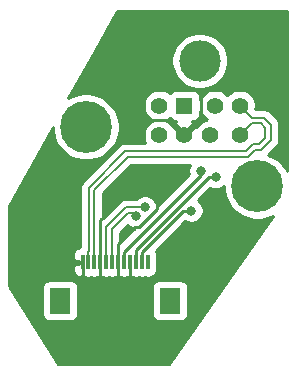
<source format=gtl>
%TF.GenerationSoftware,KiCad,Pcbnew,5.1.12-84ad8e8a86~92~ubuntu20.04.1*%
%TF.CreationDate,2022-03-01T23:05:29-06:00*%
%TF.ProjectId,portboard_dt,706f7274-626f-4617-9264-5f64742e6b69,rev?*%
%TF.SameCoordinates,Original*%
%TF.FileFunction,Copper,L1,Top*%
%TF.FilePolarity,Positive*%
%FSLAX46Y46*%
G04 Gerber Fmt 4.6, Leading zero omitted, Abs format (unit mm)*
G04 Created by KiCad (PCBNEW 5.1.12-84ad8e8a86~92~ubuntu20.04.1) date 2022-03-01 23:05:29*
%MOMM*%
%LPD*%
G01*
G04 APERTURE LIST*
%TA.AperFunction,ComponentPad*%
%ADD10C,1.422400*%
%TD*%
%TA.AperFunction,ComponentPad*%
%ADD11R,1.422400X1.422400*%
%TD*%
%TA.AperFunction,ComponentPad*%
%ADD12C,3.500000*%
%TD*%
%TA.AperFunction,SMDPad,CuDef*%
%ADD13R,0.300000X1.300000*%
%TD*%
%TA.AperFunction,SMDPad,CuDef*%
%ADD14R,1.800000X2.200000*%
%TD*%
%TA.AperFunction,ComponentPad*%
%ADD15C,4.400000*%
%TD*%
%TA.AperFunction,ViaPad*%
%ADD16C,0.800000*%
%TD*%
%TA.AperFunction,Conductor*%
%ADD17C,0.250000*%
%TD*%
%TA.AperFunction,Conductor*%
%ADD18C,0.200000*%
%TD*%
%TA.AperFunction,Conductor*%
%ADD19C,0.254000*%
%TD*%
%TA.AperFunction,Conductor*%
%ADD20C,0.150000*%
%TD*%
G04 APERTURE END LIST*
D10*
%TO.P,J2,7*%
%TO.N,/GPi*%
X152400028Y-78899909D03*
%TO.P,J2,4*%
%TO.N,GND*%
X150200028Y-78899909D03*
%TO.P,J2,6*%
%TO.N,/TXD+*%
X148100028Y-78899909D03*
%TO.P,J2,8*%
%TO.N,/RXD+*%
X154900028Y-78899909D03*
%TO.P,J2,5*%
%TO.N,/RXD-*%
X154900028Y-76399909D03*
%TO.P,J2,3*%
%TO.N,/TXD-*%
X148100028Y-76399909D03*
D11*
%TO.P,J2,1*%
%TO.N,/HSKo*%
X150200028Y-76399909D03*
D10*
%TO.P,J2,2*%
%TO.N,/HSKi*%
X152800028Y-76399909D03*
D12*
%TO.P,J2,SH2*%
%TO.N,N/C*%
X151500028Y-72599909D03*
%TD*%
D13*
%TO.P,J1,12*%
%TO.N,+5V*%
X147087400Y-89672400D03*
%TO.P,J1,11*%
%TO.N,/HSKo*%
X146587400Y-89672400D03*
%TO.P,J1,10*%
%TO.N,/HSKi*%
X146087400Y-89672400D03*
%TO.P,J1,9*%
%TO.N,GND*%
X145587400Y-89672400D03*
%TO.P,J1,8*%
%TO.N,/GPi*%
X145087400Y-89672400D03*
%TO.P,J1,7*%
%TO.N,GND*%
X144587400Y-89672400D03*
%TO.P,J1,6*%
%TO.N,/TXD-*%
X144087400Y-89672400D03*
%TO.P,J1,5*%
%TO.N,/TXD+*%
X143587400Y-89672400D03*
%TO.P,J1,4*%
%TO.N,GND*%
X143087400Y-89672400D03*
%TO.P,J1,3*%
%TO.N,/RXD-*%
X142587400Y-89672400D03*
%TO.P,J1,2*%
%TO.N,/RXD+*%
X142087400Y-89672400D03*
%TO.P,J1,1*%
%TO.N,GND*%
X141587400Y-89672400D03*
D14*
%TO.P,J1,MP*%
%TO.N,N/C*%
X139687400Y-92922400D03*
X148987400Y-92922400D03*
%TD*%
D15*
%TO.P,H2,1*%
%TO.N,N/C*%
X156391806Y-83233363D03*
%TD*%
%TO.P,H1,1*%
%TO.N,N/C*%
X141891969Y-78203401D03*
%TD*%
D16*
%TO.N,GND*%
X147400000Y-97000000D03*
X140800000Y-97000000D03*
X145800000Y-93100000D03*
X149500000Y-82100000D03*
X148000000Y-82100000D03*
X144400000Y-83400000D03*
X145200000Y-75800000D03*
X145200000Y-71100000D03*
X148100000Y-71100000D03*
X155300000Y-71100000D03*
X157300000Y-74900000D03*
X157300000Y-71100000D03*
X142700000Y-93100000D03*
%TO.N,/HSKo*%
X150799998Y-85300000D03*
%TO.N,/HSKi*%
X152846400Y-82454600D03*
%TO.N,/TXD-*%
X146128768Y-85771232D03*
%TO.N,/TXD+*%
X146871232Y-85028768D03*
%TO.N,/GPi*%
X151585613Y-81925010D03*
%TD*%
D17*
%TO.N,GND*%
X141587400Y-89672400D02*
X141587400Y-91185400D01*
X141587400Y-91185400D02*
X141822800Y-91420800D01*
X145587400Y-90932800D02*
X145587400Y-89672400D01*
X145099400Y-91420800D02*
X145587400Y-90932800D01*
X144587400Y-91323200D02*
X144489800Y-91420800D01*
X144587400Y-89672400D02*
X144587400Y-91323200D01*
X144489800Y-91420800D02*
X145099400Y-91420800D01*
X143087400Y-91400800D02*
X143067400Y-91420800D01*
X143087400Y-89672400D02*
X143087400Y-91400800D01*
X143067400Y-91420800D02*
X144489800Y-91420800D01*
X141822800Y-91420800D02*
X143067400Y-91420800D01*
X142508600Y-93884600D02*
X142483200Y-93910000D01*
X145937600Y-93884600D02*
X142508600Y-93884600D01*
X143067400Y-91751000D02*
X143067400Y-91420800D01*
X143727800Y-92411400D02*
X143067400Y-91751000D01*
X145099400Y-93046400D02*
X145937600Y-93884600D01*
X145099400Y-91420800D02*
X145099400Y-93046400D01*
X141822800Y-93249600D02*
X142483200Y-93910000D01*
X141822800Y-91420800D02*
X141822800Y-93249600D01*
X141587400Y-89672400D02*
X140421600Y-89672400D01*
X140421600Y-89672400D02*
X140248000Y-89846000D01*
X140248000Y-89846000D02*
X140248000Y-90354000D01*
X142483200Y-92589200D02*
X142483200Y-93910000D01*
X140248000Y-90354000D02*
X142483200Y-92589200D01*
X150200028Y-78899909D02*
X148900119Y-77600000D01*
X148900119Y-77600000D02*
X147200000Y-77600000D01*
X145400000Y-75800000D02*
X145200000Y-75800000D01*
X147200000Y-77600000D02*
X145400000Y-75800000D01*
X150200028Y-78899909D02*
X151600000Y-77499937D01*
X151600000Y-77499937D02*
X151600000Y-75300000D01*
X151600000Y-75300000D02*
X151900000Y-75000000D01*
X151900000Y-75000000D02*
X154000000Y-75000000D01*
X154100000Y-74900000D02*
X157300000Y-74900000D01*
X154000000Y-75000000D02*
X154100000Y-74900000D01*
X144400000Y-84800000D02*
X144400000Y-83400000D01*
X143087400Y-86112600D02*
X144400000Y-84800000D01*
X143087400Y-89672400D02*
X143087400Y-86112600D01*
X144587400Y-89672400D02*
X144587400Y-88112600D01*
X144587400Y-88112600D02*
X146000000Y-86700000D01*
X146000000Y-86700000D02*
X146400000Y-86700000D01*
X146400000Y-86700000D02*
X147900000Y-85200000D01*
X147900000Y-82200000D02*
X148000000Y-82100000D01*
X147900000Y-85200000D02*
X147900000Y-82200000D01*
%TO.N,/HSKo*%
X146587400Y-89672400D02*
X146587400Y-88787398D01*
X146587400Y-88787398D02*
X150074798Y-85300000D01*
X150074798Y-85300000D02*
X150799998Y-85300000D01*
%TO.N,/HSKi*%
X146087400Y-88647915D02*
X152280715Y-82454600D01*
X146087400Y-89672400D02*
X146087400Y-88647915D01*
X152280715Y-82454600D02*
X152846400Y-82454600D01*
D18*
%TO.N,/TXD-*%
X145836304Y-85478768D02*
X145439432Y-85478768D01*
X146128768Y-85771232D02*
X145836304Y-85478768D01*
X144062400Y-86855800D02*
X144062400Y-88672399D01*
X144087400Y-88697399D02*
X144087400Y-89672400D01*
X144062400Y-88672399D02*
X144087400Y-88697399D01*
X145439432Y-85478768D02*
X144062400Y-86855800D01*
%TO.N,/TXD+*%
X143612400Y-88672399D02*
X143587400Y-88697399D01*
X143612400Y-86669400D02*
X143612400Y-88672399D01*
X145253032Y-85028768D02*
X143612400Y-86669400D01*
X143587400Y-88697399D02*
X143587400Y-89672400D01*
X146871232Y-85028768D02*
X145253032Y-85028768D01*
D17*
%TO.N,/GPi*%
X145087400Y-88772400D02*
X151585613Y-82274187D01*
X145087400Y-89672400D02*
X145087400Y-88772400D01*
X151585613Y-82274187D02*
X151585613Y-81925010D01*
D18*
%TO.N,/RXD-*%
X156930816Y-77424909D02*
X155925028Y-77424909D01*
X155925028Y-77424909D02*
X154900028Y-76399909D01*
X156693200Y-80125000D02*
X157525000Y-79293200D01*
X156193200Y-80125000D02*
X156693200Y-80125000D01*
X145393200Y-80725000D02*
X155593200Y-80725000D01*
X142587400Y-83530800D02*
X145393200Y-80725000D01*
X142587400Y-89672400D02*
X142587400Y-83530800D01*
X157525000Y-78019093D02*
X156930816Y-77424909D01*
X155593200Y-80725000D02*
X156193200Y-80125000D01*
X157525000Y-79293200D02*
X157525000Y-78019093D01*
%TO.N,/RXD+*%
X155925028Y-77874909D02*
X154900028Y-78899909D01*
X142087400Y-88697399D02*
X142112400Y-88672399D01*
X142087400Y-89672400D02*
X142087400Y-88697399D01*
X142112400Y-88672399D02*
X142112400Y-83369400D01*
X142112400Y-83369400D02*
X145206800Y-80275000D01*
X145206800Y-80275000D02*
X155406800Y-80275000D01*
X156656709Y-77874909D02*
X155925028Y-77874909D01*
X156006800Y-79675000D02*
X156506800Y-79675000D01*
X157075000Y-79106800D02*
X157075000Y-78293200D01*
X156506800Y-79675000D02*
X157075000Y-79106800D01*
X155406800Y-80275000D02*
X156006800Y-79675000D01*
X157075000Y-78293200D02*
X156656709Y-77874909D01*
%TD*%
D19*
%TO.N,GND*%
X158915823Y-81918668D02*
X158904150Y-81890487D01*
X158593894Y-81426156D01*
X158199013Y-81031275D01*
X157734682Y-80721019D01*
X157311793Y-80545853D01*
X158019197Y-79838450D01*
X158047237Y-79815438D01*
X158070250Y-79787397D01*
X158070253Y-79787394D01*
X158098674Y-79752763D01*
X158139087Y-79703520D01*
X158207337Y-79575833D01*
X158249365Y-79437285D01*
X158260000Y-79329305D01*
X158260000Y-79329304D01*
X158263556Y-79293200D01*
X158260000Y-79257095D01*
X158260000Y-78055197D01*
X158263556Y-78019092D01*
X158249365Y-77875007D01*
X158217803Y-77770962D01*
X158207337Y-77736460D01*
X158139087Y-77608773D01*
X158047238Y-77496855D01*
X158019193Y-77473839D01*
X157476074Y-76930721D01*
X157453054Y-76902671D01*
X157341136Y-76810822D01*
X157213449Y-76742572D01*
X157074901Y-76700544D01*
X156966921Y-76689909D01*
X156930816Y-76686353D01*
X156894711Y-76689909D01*
X156229475Y-76689909D01*
X156217333Y-76677767D01*
X156246228Y-76532498D01*
X156246228Y-76267320D01*
X156194495Y-76007237D01*
X156093015Y-75762244D01*
X155945690Y-75541756D01*
X155758181Y-75354247D01*
X155537693Y-75206922D01*
X155292700Y-75105442D01*
X155032617Y-75053709D01*
X154767439Y-75053709D01*
X154507356Y-75105442D01*
X154262363Y-75206922D01*
X154041875Y-75354247D01*
X153854366Y-75541756D01*
X153850028Y-75548248D01*
X153845690Y-75541756D01*
X153658181Y-75354247D01*
X153437693Y-75206922D01*
X153192700Y-75105442D01*
X152932617Y-75053709D01*
X152667439Y-75053709D01*
X152407356Y-75105442D01*
X152162363Y-75206922D01*
X151941875Y-75354247D01*
X151754366Y-75541756D01*
X151607041Y-75762244D01*
X151549300Y-75901642D01*
X151549300Y-75688709D01*
X151537040Y-75564227D01*
X151500730Y-75444529D01*
X151441765Y-75334215D01*
X151362413Y-75237524D01*
X151265722Y-75158172D01*
X151155408Y-75099207D01*
X151035710Y-75062897D01*
X150911228Y-75050637D01*
X149488828Y-75050637D01*
X149364346Y-75062897D01*
X149244648Y-75099207D01*
X149134334Y-75158172D01*
X149037643Y-75237524D01*
X148958291Y-75334215D01*
X148950372Y-75349029D01*
X148737693Y-75206922D01*
X148492700Y-75105442D01*
X148232617Y-75053709D01*
X147967439Y-75053709D01*
X147707356Y-75105442D01*
X147462363Y-75206922D01*
X147241875Y-75354247D01*
X147054366Y-75541756D01*
X146907041Y-75762244D01*
X146805561Y-76007237D01*
X146753828Y-76267320D01*
X146753828Y-76532498D01*
X146805561Y-76792581D01*
X146907041Y-77037574D01*
X147054366Y-77258062D01*
X147241875Y-77445571D01*
X147462363Y-77592896D01*
X147600004Y-77649909D01*
X147462363Y-77706922D01*
X147241875Y-77854247D01*
X147054366Y-78041756D01*
X146907041Y-78262244D01*
X146805561Y-78507237D01*
X146753828Y-78767320D01*
X146753828Y-79032498D01*
X146805561Y-79292581D01*
X146907041Y-79537574D01*
X146908662Y-79540000D01*
X145242894Y-79540000D01*
X145206799Y-79536445D01*
X145170704Y-79540000D01*
X145170695Y-79540000D01*
X145062715Y-79550635D01*
X144924167Y-79592663D01*
X144796480Y-79660913D01*
X144684562Y-79752762D01*
X144661546Y-79780807D01*
X141618208Y-82824146D01*
X141590163Y-82847162D01*
X141498314Y-82959080D01*
X141464047Y-83023190D01*
X141430064Y-83086767D01*
X141388035Y-83225315D01*
X141373844Y-83369400D01*
X141377401Y-83405515D01*
X141377400Y-88390504D01*
X141302668Y-88398715D01*
X141183582Y-88436984D01*
X141074250Y-88497750D01*
X140978874Y-88578678D01*
X140901118Y-88676658D01*
X140843972Y-88787925D01*
X140809630Y-88908202D01*
X140799414Y-89032868D01*
X140802400Y-89386650D01*
X140961150Y-89545400D01*
X141299328Y-89545400D01*
X141299328Y-89799400D01*
X140961150Y-89799400D01*
X140802400Y-89958150D01*
X140799414Y-90311932D01*
X140809630Y-90436598D01*
X140843972Y-90556875D01*
X140901118Y-90668142D01*
X140978874Y-90766122D01*
X141074250Y-90847050D01*
X141183582Y-90907816D01*
X141302668Y-90946085D01*
X141405650Y-90957400D01*
X141542925Y-90820125D01*
X141582906Y-90852937D01*
X141693220Y-90911902D01*
X141736903Y-90925153D01*
X141769150Y-90957400D01*
X141833935Y-90950282D01*
X141937400Y-90960472D01*
X142237400Y-90960472D01*
X142337400Y-90950623D01*
X142437400Y-90960472D01*
X142737400Y-90960472D01*
X142840865Y-90950282D01*
X142905650Y-90957400D01*
X142937897Y-90925153D01*
X142981580Y-90911902D01*
X143087400Y-90855339D01*
X143193220Y-90911902D01*
X143236903Y-90925153D01*
X143269150Y-90957400D01*
X143333935Y-90950282D01*
X143437400Y-90960472D01*
X143737400Y-90960472D01*
X143837400Y-90950623D01*
X143937400Y-90960472D01*
X144237400Y-90960472D01*
X144340865Y-90950282D01*
X144405650Y-90957400D01*
X144437897Y-90925153D01*
X144481580Y-90911902D01*
X144587400Y-90855339D01*
X144693220Y-90911902D01*
X144736903Y-90925153D01*
X144769150Y-90957400D01*
X144833935Y-90950282D01*
X144937400Y-90960472D01*
X145237400Y-90960472D01*
X145340865Y-90950282D01*
X145405650Y-90957400D01*
X145437897Y-90925153D01*
X145481580Y-90911902D01*
X145587400Y-90855339D01*
X145693220Y-90911902D01*
X145736903Y-90925153D01*
X145769150Y-90957400D01*
X145833935Y-90950282D01*
X145937400Y-90960472D01*
X146237400Y-90960472D01*
X146337400Y-90950623D01*
X146437400Y-90960472D01*
X146737400Y-90960472D01*
X146837400Y-90950623D01*
X146937400Y-90960472D01*
X147237400Y-90960472D01*
X147361882Y-90948212D01*
X147481580Y-90911902D01*
X147591894Y-90852937D01*
X147688585Y-90773585D01*
X147767937Y-90676894D01*
X147826902Y-90566580D01*
X147863212Y-90446882D01*
X147875472Y-90322400D01*
X147875472Y-89022400D01*
X147863212Y-88897918D01*
X147826902Y-88778220D01*
X147772729Y-88676870D01*
X150263376Y-86186224D01*
X150309742Y-86217205D01*
X150498100Y-86295226D01*
X150698059Y-86335000D01*
X150901937Y-86335000D01*
X151101896Y-86295226D01*
X151290254Y-86217205D01*
X151459772Y-86103937D01*
X151603935Y-85959774D01*
X151717203Y-85790256D01*
X151795224Y-85601898D01*
X151834998Y-85401939D01*
X151834998Y-85198061D01*
X151795224Y-84998102D01*
X151717203Y-84809744D01*
X151603935Y-84640226D01*
X151459772Y-84496063D01*
X151372420Y-84437697D01*
X152414245Y-83395872D01*
X152544502Y-83449826D01*
X152744461Y-83489600D01*
X152948339Y-83489600D01*
X153148298Y-83449826D01*
X153336656Y-83371805D01*
X153506174Y-83258537D01*
X153556806Y-83207905D01*
X153556806Y-83512586D01*
X153665754Y-84060302D01*
X153879462Y-84576239D01*
X154189718Y-85040570D01*
X154584599Y-85435451D01*
X155048930Y-85745707D01*
X155564867Y-85959415D01*
X156112583Y-86068363D01*
X156671029Y-86068363D01*
X157218745Y-85959415D01*
X157714621Y-85754016D01*
X148869208Y-98247372D01*
X139505432Y-98247372D01*
X135460654Y-91822400D01*
X138149328Y-91822400D01*
X138149328Y-94022400D01*
X138161588Y-94146882D01*
X138197898Y-94266580D01*
X138256863Y-94376894D01*
X138336215Y-94473585D01*
X138432906Y-94552937D01*
X138543220Y-94611902D01*
X138662918Y-94648212D01*
X138787400Y-94660472D01*
X140587400Y-94660472D01*
X140711882Y-94648212D01*
X140831580Y-94611902D01*
X140941894Y-94552937D01*
X141038585Y-94473585D01*
X141117937Y-94376894D01*
X141176902Y-94266580D01*
X141213212Y-94146882D01*
X141225472Y-94022400D01*
X141225472Y-91822400D01*
X147449328Y-91822400D01*
X147449328Y-94022400D01*
X147461588Y-94146882D01*
X147497898Y-94266580D01*
X147556863Y-94376894D01*
X147636215Y-94473585D01*
X147732906Y-94552937D01*
X147843220Y-94611902D01*
X147962918Y-94648212D01*
X148087400Y-94660472D01*
X149887400Y-94660472D01*
X150011882Y-94648212D01*
X150131580Y-94611902D01*
X150241894Y-94552937D01*
X150338585Y-94473585D01*
X150417937Y-94376894D01*
X150476902Y-94266580D01*
X150513212Y-94146882D01*
X150525472Y-94022400D01*
X150525472Y-91822400D01*
X150513212Y-91697918D01*
X150476902Y-91578220D01*
X150417937Y-91467906D01*
X150338585Y-91371215D01*
X150241894Y-91291863D01*
X150131580Y-91232898D01*
X150011882Y-91196588D01*
X149887400Y-91184328D01*
X148087400Y-91184328D01*
X147962918Y-91196588D01*
X147843220Y-91232898D01*
X147732906Y-91291863D01*
X147636215Y-91371215D01*
X147556863Y-91467906D01*
X147497898Y-91578220D01*
X147461588Y-91697918D01*
X147449328Y-91822400D01*
X141225472Y-91822400D01*
X141213212Y-91697918D01*
X141176902Y-91578220D01*
X141117937Y-91467906D01*
X141038585Y-91371215D01*
X140941894Y-91291863D01*
X140831580Y-91232898D01*
X140711882Y-91196588D01*
X140587400Y-91184328D01*
X138787400Y-91184328D01*
X138662918Y-91196588D01*
X138543220Y-91232898D01*
X138432906Y-91291863D01*
X138336215Y-91371215D01*
X138256863Y-91467906D01*
X138197898Y-91578220D01*
X138161588Y-91697918D01*
X138149328Y-91822400D01*
X135460654Y-91822400D01*
X135321728Y-91601723D01*
X135321719Y-84889004D01*
X139056969Y-78188643D01*
X139056969Y-78482624D01*
X139165917Y-79030340D01*
X139379625Y-79546277D01*
X139689881Y-80010608D01*
X140084762Y-80405489D01*
X140549093Y-80715745D01*
X141065030Y-80929453D01*
X141612746Y-81038401D01*
X142171192Y-81038401D01*
X142718908Y-80929453D01*
X143234845Y-80715745D01*
X143699176Y-80405489D01*
X144094057Y-80010608D01*
X144404313Y-79546277D01*
X144618021Y-79030340D01*
X144726969Y-78482624D01*
X144726969Y-77924178D01*
X144618021Y-77376462D01*
X144404313Y-76860525D01*
X144094057Y-76396194D01*
X143699176Y-76001313D01*
X143234845Y-75691057D01*
X142718908Y-75477349D01*
X142171192Y-75368401D01*
X141612746Y-75368401D01*
X141065030Y-75477349D01*
X140549093Y-75691057D01*
X140390060Y-75797319D01*
X142303470Y-72365007D01*
X149115028Y-72365007D01*
X149115028Y-72834811D01*
X149206682Y-73295588D01*
X149386468Y-73729630D01*
X149647478Y-74120258D01*
X149979679Y-74452459D01*
X150370307Y-74713469D01*
X150804349Y-74893255D01*
X151265126Y-74984909D01*
X151734930Y-74984909D01*
X152195707Y-74893255D01*
X152629749Y-74713469D01*
X153020377Y-74452459D01*
X153352578Y-74120258D01*
X153613588Y-73729630D01*
X153793374Y-73295588D01*
X153885028Y-72834811D01*
X153885028Y-72365007D01*
X153793374Y-71904230D01*
X153613588Y-71470188D01*
X153352578Y-71079560D01*
X153020377Y-70747359D01*
X152629749Y-70486349D01*
X152195707Y-70306563D01*
X151734930Y-70214909D01*
X151265126Y-70214909D01*
X150804349Y-70306563D01*
X150370307Y-70486349D01*
X149979679Y-70747359D01*
X149647478Y-71079560D01*
X149386468Y-71470188D01*
X149206682Y-71904230D01*
X149115028Y-72365007D01*
X142303470Y-72365007D01*
X144532621Y-68366316D01*
X158915824Y-68366316D01*
X158915823Y-81918668D01*
%TA.AperFunction,Conductor*%
D20*
G36*
X158915823Y-81918668D02*
G01*
X158904150Y-81890487D01*
X158593894Y-81426156D01*
X158199013Y-81031275D01*
X157734682Y-80721019D01*
X157311793Y-80545853D01*
X158019197Y-79838450D01*
X158047237Y-79815438D01*
X158070250Y-79787397D01*
X158070253Y-79787394D01*
X158098674Y-79752763D01*
X158139087Y-79703520D01*
X158207337Y-79575833D01*
X158249365Y-79437285D01*
X158260000Y-79329305D01*
X158260000Y-79329304D01*
X158263556Y-79293200D01*
X158260000Y-79257095D01*
X158260000Y-78055197D01*
X158263556Y-78019092D01*
X158249365Y-77875007D01*
X158217803Y-77770962D01*
X158207337Y-77736460D01*
X158139087Y-77608773D01*
X158047238Y-77496855D01*
X158019193Y-77473839D01*
X157476074Y-76930721D01*
X157453054Y-76902671D01*
X157341136Y-76810822D01*
X157213449Y-76742572D01*
X157074901Y-76700544D01*
X156966921Y-76689909D01*
X156930816Y-76686353D01*
X156894711Y-76689909D01*
X156229475Y-76689909D01*
X156217333Y-76677767D01*
X156246228Y-76532498D01*
X156246228Y-76267320D01*
X156194495Y-76007237D01*
X156093015Y-75762244D01*
X155945690Y-75541756D01*
X155758181Y-75354247D01*
X155537693Y-75206922D01*
X155292700Y-75105442D01*
X155032617Y-75053709D01*
X154767439Y-75053709D01*
X154507356Y-75105442D01*
X154262363Y-75206922D01*
X154041875Y-75354247D01*
X153854366Y-75541756D01*
X153850028Y-75548248D01*
X153845690Y-75541756D01*
X153658181Y-75354247D01*
X153437693Y-75206922D01*
X153192700Y-75105442D01*
X152932617Y-75053709D01*
X152667439Y-75053709D01*
X152407356Y-75105442D01*
X152162363Y-75206922D01*
X151941875Y-75354247D01*
X151754366Y-75541756D01*
X151607041Y-75762244D01*
X151549300Y-75901642D01*
X151549300Y-75688709D01*
X151537040Y-75564227D01*
X151500730Y-75444529D01*
X151441765Y-75334215D01*
X151362413Y-75237524D01*
X151265722Y-75158172D01*
X151155408Y-75099207D01*
X151035710Y-75062897D01*
X150911228Y-75050637D01*
X149488828Y-75050637D01*
X149364346Y-75062897D01*
X149244648Y-75099207D01*
X149134334Y-75158172D01*
X149037643Y-75237524D01*
X148958291Y-75334215D01*
X148950372Y-75349029D01*
X148737693Y-75206922D01*
X148492700Y-75105442D01*
X148232617Y-75053709D01*
X147967439Y-75053709D01*
X147707356Y-75105442D01*
X147462363Y-75206922D01*
X147241875Y-75354247D01*
X147054366Y-75541756D01*
X146907041Y-75762244D01*
X146805561Y-76007237D01*
X146753828Y-76267320D01*
X146753828Y-76532498D01*
X146805561Y-76792581D01*
X146907041Y-77037574D01*
X147054366Y-77258062D01*
X147241875Y-77445571D01*
X147462363Y-77592896D01*
X147600004Y-77649909D01*
X147462363Y-77706922D01*
X147241875Y-77854247D01*
X147054366Y-78041756D01*
X146907041Y-78262244D01*
X146805561Y-78507237D01*
X146753828Y-78767320D01*
X146753828Y-79032498D01*
X146805561Y-79292581D01*
X146907041Y-79537574D01*
X146908662Y-79540000D01*
X145242894Y-79540000D01*
X145206799Y-79536445D01*
X145170704Y-79540000D01*
X145170695Y-79540000D01*
X145062715Y-79550635D01*
X144924167Y-79592663D01*
X144796480Y-79660913D01*
X144684562Y-79752762D01*
X144661546Y-79780807D01*
X141618208Y-82824146D01*
X141590163Y-82847162D01*
X141498314Y-82959080D01*
X141464047Y-83023190D01*
X141430064Y-83086767D01*
X141388035Y-83225315D01*
X141373844Y-83369400D01*
X141377401Y-83405515D01*
X141377400Y-88390504D01*
X141302668Y-88398715D01*
X141183582Y-88436984D01*
X141074250Y-88497750D01*
X140978874Y-88578678D01*
X140901118Y-88676658D01*
X140843972Y-88787925D01*
X140809630Y-88908202D01*
X140799414Y-89032868D01*
X140802400Y-89386650D01*
X140961150Y-89545400D01*
X141299328Y-89545400D01*
X141299328Y-89799400D01*
X140961150Y-89799400D01*
X140802400Y-89958150D01*
X140799414Y-90311932D01*
X140809630Y-90436598D01*
X140843972Y-90556875D01*
X140901118Y-90668142D01*
X140978874Y-90766122D01*
X141074250Y-90847050D01*
X141183582Y-90907816D01*
X141302668Y-90946085D01*
X141405650Y-90957400D01*
X141542925Y-90820125D01*
X141582906Y-90852937D01*
X141693220Y-90911902D01*
X141736903Y-90925153D01*
X141769150Y-90957400D01*
X141833935Y-90950282D01*
X141937400Y-90960472D01*
X142237400Y-90960472D01*
X142337400Y-90950623D01*
X142437400Y-90960472D01*
X142737400Y-90960472D01*
X142840865Y-90950282D01*
X142905650Y-90957400D01*
X142937897Y-90925153D01*
X142981580Y-90911902D01*
X143087400Y-90855339D01*
X143193220Y-90911902D01*
X143236903Y-90925153D01*
X143269150Y-90957400D01*
X143333935Y-90950282D01*
X143437400Y-90960472D01*
X143737400Y-90960472D01*
X143837400Y-90950623D01*
X143937400Y-90960472D01*
X144237400Y-90960472D01*
X144340865Y-90950282D01*
X144405650Y-90957400D01*
X144437897Y-90925153D01*
X144481580Y-90911902D01*
X144587400Y-90855339D01*
X144693220Y-90911902D01*
X144736903Y-90925153D01*
X144769150Y-90957400D01*
X144833935Y-90950282D01*
X144937400Y-90960472D01*
X145237400Y-90960472D01*
X145340865Y-90950282D01*
X145405650Y-90957400D01*
X145437897Y-90925153D01*
X145481580Y-90911902D01*
X145587400Y-90855339D01*
X145693220Y-90911902D01*
X145736903Y-90925153D01*
X145769150Y-90957400D01*
X145833935Y-90950282D01*
X145937400Y-90960472D01*
X146237400Y-90960472D01*
X146337400Y-90950623D01*
X146437400Y-90960472D01*
X146737400Y-90960472D01*
X146837400Y-90950623D01*
X146937400Y-90960472D01*
X147237400Y-90960472D01*
X147361882Y-90948212D01*
X147481580Y-90911902D01*
X147591894Y-90852937D01*
X147688585Y-90773585D01*
X147767937Y-90676894D01*
X147826902Y-90566580D01*
X147863212Y-90446882D01*
X147875472Y-90322400D01*
X147875472Y-89022400D01*
X147863212Y-88897918D01*
X147826902Y-88778220D01*
X147772729Y-88676870D01*
X150263376Y-86186224D01*
X150309742Y-86217205D01*
X150498100Y-86295226D01*
X150698059Y-86335000D01*
X150901937Y-86335000D01*
X151101896Y-86295226D01*
X151290254Y-86217205D01*
X151459772Y-86103937D01*
X151603935Y-85959774D01*
X151717203Y-85790256D01*
X151795224Y-85601898D01*
X151834998Y-85401939D01*
X151834998Y-85198061D01*
X151795224Y-84998102D01*
X151717203Y-84809744D01*
X151603935Y-84640226D01*
X151459772Y-84496063D01*
X151372420Y-84437697D01*
X152414245Y-83395872D01*
X152544502Y-83449826D01*
X152744461Y-83489600D01*
X152948339Y-83489600D01*
X153148298Y-83449826D01*
X153336656Y-83371805D01*
X153506174Y-83258537D01*
X153556806Y-83207905D01*
X153556806Y-83512586D01*
X153665754Y-84060302D01*
X153879462Y-84576239D01*
X154189718Y-85040570D01*
X154584599Y-85435451D01*
X155048930Y-85745707D01*
X155564867Y-85959415D01*
X156112583Y-86068363D01*
X156671029Y-86068363D01*
X157218745Y-85959415D01*
X157714621Y-85754016D01*
X148869208Y-98247372D01*
X139505432Y-98247372D01*
X135460654Y-91822400D01*
X138149328Y-91822400D01*
X138149328Y-94022400D01*
X138161588Y-94146882D01*
X138197898Y-94266580D01*
X138256863Y-94376894D01*
X138336215Y-94473585D01*
X138432906Y-94552937D01*
X138543220Y-94611902D01*
X138662918Y-94648212D01*
X138787400Y-94660472D01*
X140587400Y-94660472D01*
X140711882Y-94648212D01*
X140831580Y-94611902D01*
X140941894Y-94552937D01*
X141038585Y-94473585D01*
X141117937Y-94376894D01*
X141176902Y-94266580D01*
X141213212Y-94146882D01*
X141225472Y-94022400D01*
X141225472Y-91822400D01*
X147449328Y-91822400D01*
X147449328Y-94022400D01*
X147461588Y-94146882D01*
X147497898Y-94266580D01*
X147556863Y-94376894D01*
X147636215Y-94473585D01*
X147732906Y-94552937D01*
X147843220Y-94611902D01*
X147962918Y-94648212D01*
X148087400Y-94660472D01*
X149887400Y-94660472D01*
X150011882Y-94648212D01*
X150131580Y-94611902D01*
X150241894Y-94552937D01*
X150338585Y-94473585D01*
X150417937Y-94376894D01*
X150476902Y-94266580D01*
X150513212Y-94146882D01*
X150525472Y-94022400D01*
X150525472Y-91822400D01*
X150513212Y-91697918D01*
X150476902Y-91578220D01*
X150417937Y-91467906D01*
X150338585Y-91371215D01*
X150241894Y-91291863D01*
X150131580Y-91232898D01*
X150011882Y-91196588D01*
X149887400Y-91184328D01*
X148087400Y-91184328D01*
X147962918Y-91196588D01*
X147843220Y-91232898D01*
X147732906Y-91291863D01*
X147636215Y-91371215D01*
X147556863Y-91467906D01*
X147497898Y-91578220D01*
X147461588Y-91697918D01*
X147449328Y-91822400D01*
X141225472Y-91822400D01*
X141213212Y-91697918D01*
X141176902Y-91578220D01*
X141117937Y-91467906D01*
X141038585Y-91371215D01*
X140941894Y-91291863D01*
X140831580Y-91232898D01*
X140711882Y-91196588D01*
X140587400Y-91184328D01*
X138787400Y-91184328D01*
X138662918Y-91196588D01*
X138543220Y-91232898D01*
X138432906Y-91291863D01*
X138336215Y-91371215D01*
X138256863Y-91467906D01*
X138197898Y-91578220D01*
X138161588Y-91697918D01*
X138149328Y-91822400D01*
X135460654Y-91822400D01*
X135321728Y-91601723D01*
X135321719Y-84889004D01*
X139056969Y-78188643D01*
X139056969Y-78482624D01*
X139165917Y-79030340D01*
X139379625Y-79546277D01*
X139689881Y-80010608D01*
X140084762Y-80405489D01*
X140549093Y-80715745D01*
X141065030Y-80929453D01*
X141612746Y-81038401D01*
X142171192Y-81038401D01*
X142718908Y-80929453D01*
X143234845Y-80715745D01*
X143699176Y-80405489D01*
X144094057Y-80010608D01*
X144404313Y-79546277D01*
X144618021Y-79030340D01*
X144726969Y-78482624D01*
X144726969Y-77924178D01*
X144618021Y-77376462D01*
X144404313Y-76860525D01*
X144094057Y-76396194D01*
X143699176Y-76001313D01*
X143234845Y-75691057D01*
X142718908Y-75477349D01*
X142171192Y-75368401D01*
X141612746Y-75368401D01*
X141065030Y-75477349D01*
X140549093Y-75691057D01*
X140390060Y-75797319D01*
X142303470Y-72365007D01*
X149115028Y-72365007D01*
X149115028Y-72834811D01*
X149206682Y-73295588D01*
X149386468Y-73729630D01*
X149647478Y-74120258D01*
X149979679Y-74452459D01*
X150370307Y-74713469D01*
X150804349Y-74893255D01*
X151265126Y-74984909D01*
X151734930Y-74984909D01*
X152195707Y-74893255D01*
X152629749Y-74713469D01*
X153020377Y-74452459D01*
X153352578Y-74120258D01*
X153613588Y-73729630D01*
X153793374Y-73295588D01*
X153885028Y-72834811D01*
X153885028Y-72365007D01*
X153793374Y-71904230D01*
X153613588Y-71470188D01*
X153352578Y-71079560D01*
X153020377Y-70747359D01*
X152629749Y-70486349D01*
X152195707Y-70306563D01*
X151734930Y-70214909D01*
X151265126Y-70214909D01*
X150804349Y-70306563D01*
X150370307Y-70486349D01*
X149979679Y-70747359D01*
X149647478Y-71079560D01*
X149386468Y-71470188D01*
X149206682Y-71904230D01*
X149115028Y-72365007D01*
X142303470Y-72365007D01*
X144532621Y-68366316D01*
X158915824Y-68366316D01*
X158915823Y-81918668D01*
G37*
%TD.AperFunction*%
D19*
X145468994Y-86575169D02*
X145638512Y-86688437D01*
X145826870Y-86766458D01*
X145986741Y-86798258D01*
X144797400Y-87987599D01*
X144797400Y-87160246D01*
X145425736Y-86531911D01*
X145468994Y-86575169D01*
%TA.AperFunction,Conductor*%
D20*
G36*
X145468994Y-86575169D02*
G01*
X145638512Y-86688437D01*
X145826870Y-86766458D01*
X145986741Y-86798258D01*
X144797400Y-87987599D01*
X144797400Y-87160246D01*
X145425736Y-86531911D01*
X145468994Y-86575169D01*
G37*
%TD.AperFunction*%
D19*
X150590387Y-81623112D02*
X150550613Y-81823071D01*
X150550613Y-82026949D01*
X150585029Y-82199969D01*
X147898258Y-84886741D01*
X147866458Y-84726870D01*
X147788437Y-84538512D01*
X147675169Y-84368994D01*
X147531006Y-84224831D01*
X147361488Y-84111563D01*
X147173130Y-84033542D01*
X146973171Y-83993768D01*
X146769293Y-83993768D01*
X146569334Y-84033542D01*
X146380976Y-84111563D01*
X146211458Y-84224831D01*
X146142521Y-84293768D01*
X145289136Y-84293768D01*
X145253031Y-84290212D01*
X145108946Y-84304403D01*
X145066918Y-84317152D01*
X144970399Y-84346431D01*
X144842712Y-84414681D01*
X144730794Y-84506530D01*
X144707778Y-84534575D01*
X143322400Y-85919954D01*
X143322400Y-83835246D01*
X145697647Y-81460000D01*
X150657951Y-81460000D01*
X150590387Y-81623112D01*
%TA.AperFunction,Conductor*%
D20*
G36*
X150590387Y-81623112D02*
G01*
X150550613Y-81823071D01*
X150550613Y-82026949D01*
X150585029Y-82199969D01*
X147898258Y-84886741D01*
X147866458Y-84726870D01*
X147788437Y-84538512D01*
X147675169Y-84368994D01*
X147531006Y-84224831D01*
X147361488Y-84111563D01*
X147173130Y-84033542D01*
X146973171Y-83993768D01*
X146769293Y-83993768D01*
X146569334Y-84033542D01*
X146380976Y-84111563D01*
X146211458Y-84224831D01*
X146142521Y-84293768D01*
X145289136Y-84293768D01*
X145253031Y-84290212D01*
X145108946Y-84304403D01*
X145066918Y-84317152D01*
X144970399Y-84346431D01*
X144842712Y-84414681D01*
X144730794Y-84506530D01*
X144707778Y-84534575D01*
X143322400Y-85919954D01*
X143322400Y-83835246D01*
X145697647Y-81460000D01*
X150657951Y-81460000D01*
X150590387Y-81623112D01*
G37*
%TD.AperFunction*%
D19*
X151607041Y-77037574D02*
X151754366Y-77258062D01*
X151941875Y-77445571D01*
X152141274Y-77578805D01*
X152007356Y-77605442D01*
X151762363Y-77706922D01*
X151541875Y-77854247D01*
X151354366Y-78041756D01*
X151259376Y-78183918D01*
X151129301Y-78150241D01*
X150379633Y-78899909D01*
X150393776Y-78914052D01*
X150214171Y-79093657D01*
X150200028Y-79079514D01*
X150185886Y-79093657D01*
X150006281Y-78914052D01*
X150020423Y-78899909D01*
X149270755Y-78150241D01*
X149225931Y-78161846D01*
X149145690Y-78041756D01*
X148958181Y-77854247D01*
X148737693Y-77706922D01*
X148600052Y-77649909D01*
X148737693Y-77592896D01*
X148950372Y-77450789D01*
X148958291Y-77465603D01*
X149037643Y-77562294D01*
X149134334Y-77641646D01*
X149244648Y-77700611D01*
X149364346Y-77736921D01*
X149488828Y-77749181D01*
X149507696Y-77749181D01*
X149450360Y-77970636D01*
X150200028Y-78720304D01*
X150949696Y-77970636D01*
X150892360Y-77749181D01*
X150911228Y-77749181D01*
X151035710Y-77736921D01*
X151155408Y-77700611D01*
X151265722Y-77641646D01*
X151362413Y-77562294D01*
X151441765Y-77465603D01*
X151500730Y-77355289D01*
X151537040Y-77235591D01*
X151549300Y-77111109D01*
X151549300Y-76898176D01*
X151607041Y-77037574D01*
%TA.AperFunction,Conductor*%
D20*
G36*
X151607041Y-77037574D02*
G01*
X151754366Y-77258062D01*
X151941875Y-77445571D01*
X152141274Y-77578805D01*
X152007356Y-77605442D01*
X151762363Y-77706922D01*
X151541875Y-77854247D01*
X151354366Y-78041756D01*
X151259376Y-78183918D01*
X151129301Y-78150241D01*
X150379633Y-78899909D01*
X150393776Y-78914052D01*
X150214171Y-79093657D01*
X150200028Y-79079514D01*
X150185886Y-79093657D01*
X150006281Y-78914052D01*
X150020423Y-78899909D01*
X149270755Y-78150241D01*
X149225931Y-78161846D01*
X149145690Y-78041756D01*
X148958181Y-77854247D01*
X148737693Y-77706922D01*
X148600052Y-77649909D01*
X148737693Y-77592896D01*
X148950372Y-77450789D01*
X148958291Y-77465603D01*
X149037643Y-77562294D01*
X149134334Y-77641646D01*
X149244648Y-77700611D01*
X149364346Y-77736921D01*
X149488828Y-77749181D01*
X149507696Y-77749181D01*
X149450360Y-77970636D01*
X150200028Y-78720304D01*
X150949696Y-77970636D01*
X150892360Y-77749181D01*
X150911228Y-77749181D01*
X151035710Y-77736921D01*
X151155408Y-77700611D01*
X151265722Y-77641646D01*
X151362413Y-77562294D01*
X151441765Y-77465603D01*
X151500730Y-77355289D01*
X151537040Y-77235591D01*
X151549300Y-77111109D01*
X151549300Y-76898176D01*
X151607041Y-77037574D01*
G37*
%TD.AperFunction*%
%TD*%
M02*

</source>
